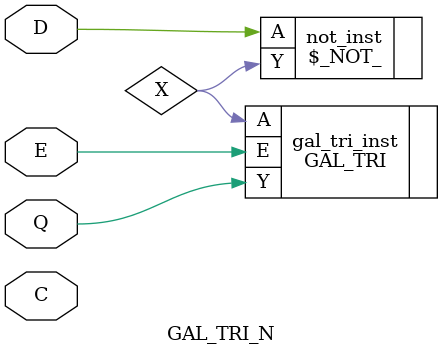
<source format=v>
module TRI_DFF_P (C, E, D, Q);
	input C, E, D;
	inout Q;

	wire X;

	GAL_TRI gal_tri_inst (.A(X), .E(E), .Y(Q));
	DFF_P dff_inst (.D(D), .C(C), .Q(X));
endmodule

module TRI_NDFF_P (C, E, D, Q);
	input C, E, D;
	inout Q;

	wire X;

	GAL_TRI gal_tri_inst (.A(X), .E(E), .Y(Q));
	NDFF_P dff_inst (.D(D), .C(C), .Q(X));
endmodule

module GAL_TRI_N (C, E, D, Q);
	input C, E, D;
	inout Q;

	wire X;

	GAL_TRI gal_tri_inst (.A(X), .E(E), .Y(Q));
	$_NOT_ not_inst (.A(D), .Y(X));
endmodule

</source>
